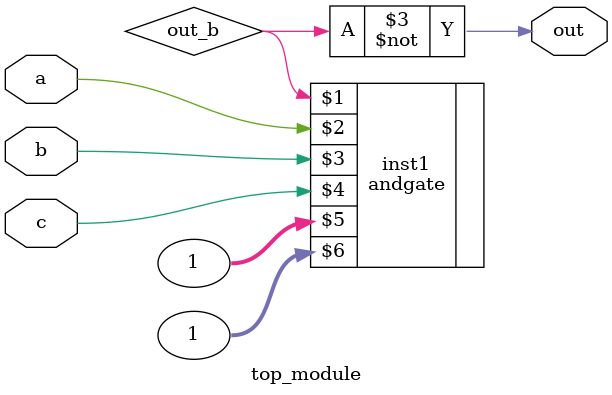
<source format=v>
module top_module (input a, input b, input c, output out);//

    //andgate inst1 ( a, b, c, out );
    wire out_b;
    andgate inst1(out_b, a, b, c, 1, 1);
    assign out = ~out_b;

endmodule

</source>
